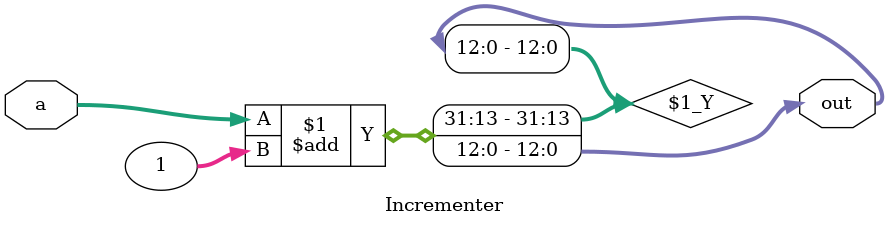
<source format=v>
module Incrementer(input [12:0] a, output [12:0] out);
	assign out = a + 1;
endmodule

</source>
